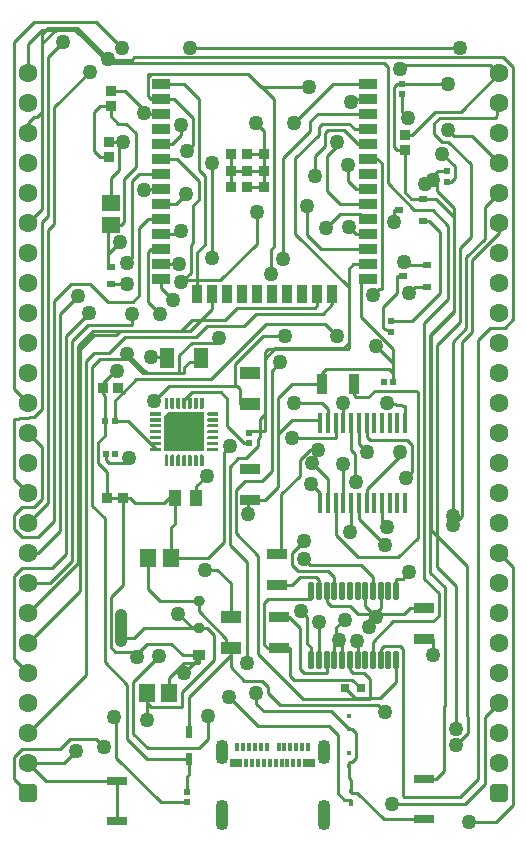
<source format=gtl>
G04*
G04 #@! TF.GenerationSoftware,Altium Limited,Altium Designer,23.1.1 (15)*
G04*
G04 Layer_Physical_Order=1*
G04 Layer_Color=255*
%FSLAX44Y44*%
%MOMM*%
G71*
G04*
G04 #@! TF.SameCoordinates,41D86B32-BED1-46DB-A61E-0691954F4559*
G04*
G04*
G04 #@! TF.FilePolarity,Positive*
G04*
G01*
G75*
G04:AMPARAMS|DCode=15|XSize=1.7528mm|YSize=0.4149mm|CornerRadius=0.2075mm|HoleSize=0mm|Usage=FLASHONLY|Rotation=270.000|XOffset=0mm|YOffset=0mm|HoleType=Round|Shape=RoundedRectangle|*
%AMROUNDEDRECTD15*
21,1,1.7528,0.0000,0,0,270.0*
21,1,1.3379,0.4149,0,0,270.0*
1,1,0.4149,0.0000,-0.6690*
1,1,0.4149,0.0000,0.6690*
1,1,0.4149,0.0000,0.6690*
1,1,0.4149,0.0000,-0.6690*
%
%ADD15ROUNDEDRECTD15*%
%ADD16R,0.4149X1.7528*%
%ADD17R,1.7000X0.8000*%
%ADD18R,1.5500X1.4500*%
%ADD19R,0.9000X0.8500*%
%ADD20R,0.5600X0.5200*%
%ADD21R,0.7000X0.7000*%
%ADD22R,0.8500X0.9000*%
%ADD23R,1.4500X1.5500*%
%ADD24R,0.5725X0.6153*%
%ADD25R,0.5000X1.0750*%
%ADD26R,0.3200X0.4300*%
%ADD27R,0.9000X0.9000*%
%ADD28R,0.9000X1.5000*%
%ADD29R,1.5000X0.9000*%
%ADD30R,1.0000X0.7000*%
%ADD31R,0.3000X0.7000*%
G04:AMPARAMS|DCode=32|XSize=1.5mm|YSize=0.45mm|CornerRadius=0.0495mm|HoleSize=0mm|Usage=FLASHONLY|Rotation=90.000|XOffset=0mm|YOffset=0mm|HoleType=Round|Shape=RoundedRectangle|*
%AMROUNDEDRECTD32*
21,1,1.5000,0.3510,0,0,90.0*
21,1,1.4010,0.4500,0,0,90.0*
1,1,0.0990,0.1755,0.7005*
1,1,0.0990,0.1755,-0.7005*
1,1,0.0990,-0.1755,-0.7005*
1,1,0.0990,-0.1755,0.7005*
%
%ADD32ROUNDEDRECTD32*%
%ADD33R,1.0043X0.8721*%
G04:AMPARAMS|DCode=34|XSize=1.0043mm|YSize=0.8721mm|CornerRadius=0.4361mm|HoleSize=0mm|Usage=FLASHONLY|Rotation=180.000|XOffset=0mm|YOffset=0mm|HoleType=Round|Shape=RoundedRectangle|*
%AMROUNDEDRECTD34*
21,1,1.0043,0.0000,0,0,180.0*
21,1,0.1322,0.8721,0,0,180.0*
1,1,0.8721,-0.0661,0.0000*
1,1,0.8721,0.0661,0.0000*
1,1,0.8721,0.0661,0.0000*
1,1,0.8721,-0.0661,0.0000*
%
%ADD34ROUNDEDRECTD34*%
G04:AMPARAMS|DCode=35|XSize=1.0043mm|YSize=3.1821mm|CornerRadius=0.4369mm|HoleSize=0mm|Usage=FLASHONLY|Rotation=180.000|XOffset=0mm|YOffset=0mm|HoleType=Round|Shape=RoundedRectangle|*
%AMROUNDEDRECTD35*
21,1,1.0043,2.3084,0,0,180.0*
21,1,0.1306,3.1821,0,0,180.0*
1,1,0.8737,-0.0653,1.1542*
1,1,0.8737,0.0653,1.1542*
1,1,0.8737,0.0653,-1.1542*
1,1,0.8737,-0.0653,-1.1542*
%
%ADD35ROUNDEDRECTD35*%
%ADD36R,0.8000X0.6000*%
%ADD37R,0.9561X1.6582*%
%ADD38R,1.6582X0.9561*%
%ADD39R,0.5725X0.5682*%
%ADD40R,1.7000X1.1000*%
%ADD41R,1.2549X1.8062*%
%ADD42R,1.1000X1.4000*%
%ADD43R,0.4682X0.4725*%
%ADD44R,0.4725X0.4682*%
%ADD45C,0.2700*%
%ADD46R,0.8000X0.6000*%
%ADD47R,0.6153X0.5725*%
%ADD55C,3.0150*%
G04:AMPARAMS|DCode=57|XSize=1.1mm|YSize=2.6mm|CornerRadius=0.55mm|HoleSize=0mm|Usage=FLASHONLY|Rotation=0.000|XOffset=0mm|YOffset=0mm|HoleType=Round|Shape=RoundedRectangle|*
%AMROUNDEDRECTD57*
21,1,1.1000,1.5000,0,0,0.0*
21,1,0.0000,2.6000,0,0,0.0*
1,1,1.1000,0.0000,-0.7500*
1,1,1.1000,0.0000,-0.7500*
1,1,1.1000,0.0000,0.7500*
1,1,1.1000,0.0000,0.7500*
%
%ADD57ROUNDEDRECTD57*%
G04:AMPARAMS|DCode=58|XSize=1.1mm|YSize=2.1mm|CornerRadius=0.55mm|HoleSize=0mm|Usage=FLASHONLY|Rotation=0.000|XOffset=0mm|YOffset=0mm|HoleType=Round|Shape=RoundedRectangle|*
%AMROUNDEDRECTD58*
21,1,1.1000,1.0000,0,0,0.0*
21,1,0.0000,2.1000,0,0,0.0*
1,1,1.1000,0.0000,-0.5000*
1,1,1.1000,0.0000,-0.5000*
1,1,1.1000,0.0000,0.5000*
1,1,1.1000,0.0000,0.5000*
%
%ADD58ROUNDEDRECTD58*%
%ADD62C,0.2540*%
%ADD63C,1.6000*%
G04:AMPARAMS|DCode=64|XSize=1.6mm|YSize=1.6mm|CornerRadius=0.4mm|HoleSize=0mm|Usage=FLASHONLY|Rotation=90.000|XOffset=0mm|YOffset=0mm|HoleType=Round|Shape=RoundedRectangle|*
%AMROUNDEDRECTD64*
21,1,1.6000,0.8000,0,0,90.0*
21,1,0.8000,1.6000,0,0,90.0*
1,1,0.8000,0.4000,0.4000*
1,1,0.8000,0.4000,-0.4000*
1,1,0.8000,-0.4000,-0.4000*
1,1,0.8000,-0.4000,0.4000*
%
%ADD64ROUNDEDRECTD64*%
%ADD65C,1.2700*%
G36*
X981620Y789230D02*
Y788932D01*
X981391Y788380D01*
X980969Y787958D01*
X980418Y787730D01*
X979821D01*
X979270Y787958D01*
X978848Y788380D01*
X978620Y788932D01*
Y789230D01*
Y797230D01*
X981620D01*
Y789230D01*
D02*
G37*
G36*
X976620D02*
Y788932D01*
X976391Y788380D01*
X975969Y787958D01*
X975418Y787730D01*
X974821D01*
X974270Y787958D01*
X973848Y788380D01*
X973620Y788932D01*
Y789230D01*
Y797230D01*
X976620D01*
Y789230D01*
D02*
G37*
G36*
X971620D02*
Y788932D01*
X971391Y788380D01*
X970969Y787958D01*
X970418Y787730D01*
X969821D01*
X969270Y787958D01*
X968848Y788380D01*
X968620Y788932D01*
Y789230D01*
Y797230D01*
X971620D01*
X971620Y789230D01*
D02*
G37*
G36*
X966620D02*
Y788932D01*
X966391Y788380D01*
X965969Y787958D01*
X965418Y787730D01*
X964821D01*
X964270Y787958D01*
X963848Y788380D01*
X963620Y788932D01*
Y789230D01*
Y797230D01*
X966620D01*
Y789230D01*
D02*
G37*
G36*
X961620D02*
Y788932D01*
X961391Y788380D01*
X960969Y787958D01*
X960418Y787730D01*
X959821D01*
X959270Y787958D01*
X958848Y788380D01*
X958620Y788932D01*
Y789230D01*
X958620D01*
Y797230D01*
X961620D01*
Y789230D01*
D02*
G37*
G36*
X956620D02*
Y788932D01*
X956391Y788380D01*
X955969Y787958D01*
X955418Y787730D01*
X954821D01*
X954270Y787958D01*
X953848Y788380D01*
X953620Y788932D01*
Y789230D01*
Y797230D01*
X956620D01*
Y789230D01*
D02*
G37*
G36*
X951620D02*
Y788932D01*
X951391Y788380D01*
X950969Y787958D01*
X950418Y787730D01*
X949821D01*
X949270Y787958D01*
X948848Y788380D01*
X948620Y788932D01*
Y789230D01*
Y797230D01*
X951620D01*
Y789230D01*
D02*
G37*
G36*
X993870Y781980D02*
X985571D01*
X985020Y782208D01*
X984598Y782630D01*
X984370Y783182D01*
Y783480D01*
Y783778D01*
X984598Y784330D01*
X985020Y784752D01*
X985571Y784980D01*
X993870D01*
Y781980D01*
D02*
G37*
G36*
X945219Y784752D02*
X945641Y784330D01*
X945870Y783778D01*
Y783480D01*
Y783182D01*
X945641Y782630D01*
X945219Y782208D01*
X944668Y781980D01*
X936370D01*
Y784980D01*
X944668D01*
X945219Y784752D01*
D02*
G37*
G36*
X993870Y776980D02*
X985571D01*
X985020Y777208D01*
X984598Y777630D01*
X984370Y778182D01*
Y778480D01*
Y778778D01*
X984598Y779330D01*
X985020Y779752D01*
X985571Y779980D01*
X993870D01*
Y776980D01*
D02*
G37*
G36*
X945219Y779752D02*
X945641Y779330D01*
X945870Y778778D01*
Y778480D01*
Y778182D01*
X945641Y777630D01*
X945219Y777208D01*
X944668Y776980D01*
X936370D01*
Y779980D01*
X944668D01*
X945219Y779752D01*
D02*
G37*
G36*
X993870Y771980D02*
X985571D01*
X985020Y772208D01*
X984598Y772630D01*
X984370Y773182D01*
Y773480D01*
Y773778D01*
X984598Y774330D01*
X985020Y774752D01*
X985571Y774980D01*
X985870D01*
Y774980D01*
X993870D01*
Y771980D01*
D02*
G37*
G36*
X944370Y774980D02*
X944668D01*
X945219Y774752D01*
X945641Y774330D01*
X945870Y773778D01*
Y773480D01*
Y773182D01*
X945641Y772630D01*
X945219Y772208D01*
X944668Y771980D01*
X936370D01*
Y774980D01*
X944370Y774980D01*
D02*
G37*
G36*
X993870Y766980D02*
X985571D01*
X985020Y767208D01*
X984598Y767630D01*
X984370Y768182D01*
Y768480D01*
Y768778D01*
X984598Y769330D01*
X985020Y769752D01*
X985571Y769980D01*
X993870D01*
Y766980D01*
D02*
G37*
G36*
X945219Y769752D02*
X945641Y769330D01*
X945870Y768778D01*
Y768480D01*
Y768182D01*
X945641Y767630D01*
X945219Y767208D01*
X944668Y766980D01*
X936370D01*
Y769980D01*
X944668D01*
X945219Y769752D01*
D02*
G37*
G36*
X993870Y761980D02*
X985870Y761980D01*
X985571D01*
X985020Y762208D01*
X984598Y762630D01*
X984370Y763182D01*
Y763480D01*
Y763778D01*
X984598Y764330D01*
X985020Y764752D01*
X985571Y764980D01*
X993870D01*
Y761980D01*
D02*
G37*
G36*
X945219Y764752D02*
X945641Y764330D01*
X945870Y763778D01*
Y763480D01*
Y763182D01*
X945641Y762630D01*
X945219Y762208D01*
X944668Y761980D01*
X944370D01*
Y761980D01*
X936370D01*
Y764980D01*
X944668D01*
X945219Y764752D01*
D02*
G37*
G36*
X993870Y756980D02*
X985571D01*
X985020Y757208D01*
X984598Y757630D01*
X984370Y758182D01*
Y758480D01*
Y758778D01*
X984598Y759330D01*
X985020Y759752D01*
X985571Y759980D01*
X993870D01*
Y756980D01*
D02*
G37*
G36*
X945219Y759752D02*
X945641Y759330D01*
X945870Y758778D01*
Y758480D01*
Y758182D01*
X945641Y757630D01*
X945219Y757208D01*
X944668Y756980D01*
X936370D01*
Y759980D01*
X944668D01*
X945219Y759752D01*
D02*
G37*
G36*
X993870Y751980D02*
X985571D01*
X985020Y752208D01*
X984598Y752630D01*
X984370Y753182D01*
Y753480D01*
Y753778D01*
X984598Y754330D01*
X985020Y754752D01*
X985571Y754980D01*
X993870D01*
Y751980D01*
D02*
G37*
G36*
X945219Y754752D02*
X945641Y754330D01*
X945870Y753778D01*
Y753480D01*
Y753182D01*
X945641Y752630D01*
X945219Y752208D01*
X944668Y751980D01*
X936370D01*
Y754980D01*
X944668D01*
X945219Y754752D01*
D02*
G37*
G36*
X981870Y751730D02*
X948370D01*
Y781730D01*
X951870Y785230D01*
X981870D01*
Y751730D01*
D02*
G37*
G36*
X980969Y749002D02*
X981391Y748580D01*
X981620Y748028D01*
Y747730D01*
Y739730D01*
X978620D01*
Y747730D01*
Y748028D01*
X978848Y748580D01*
X979270Y749002D01*
X979821Y749230D01*
X980418D01*
X980969Y749002D01*
D02*
G37*
G36*
X975969D02*
X976391Y748580D01*
X976620Y748028D01*
Y747730D01*
Y739730D01*
X973620D01*
Y747730D01*
Y748028D01*
X973848Y748580D01*
X974270Y749002D01*
X974821Y749230D01*
X975418D01*
X975969Y749002D01*
D02*
G37*
G36*
X970969D02*
X971391Y748580D01*
X971620Y748028D01*
Y747730D01*
X971620D01*
Y739730D01*
X968620D01*
Y747730D01*
Y748028D01*
X968848Y748580D01*
X969270Y749002D01*
X969821Y749230D01*
X970418D01*
X970969Y749002D01*
D02*
G37*
G36*
X965969D02*
X966391Y748580D01*
X966620Y748028D01*
Y747730D01*
Y739730D01*
X963620D01*
Y747730D01*
Y748028D01*
X963848Y748580D01*
X964270Y749002D01*
X964821Y749230D01*
X965418D01*
X965969Y749002D01*
D02*
G37*
G36*
X960969D02*
X961391Y748580D01*
X961620Y748028D01*
Y747730D01*
Y739730D01*
X958620D01*
X958620Y747730D01*
Y748028D01*
X958848Y748580D01*
X959270Y749002D01*
X959821Y749230D01*
X960418D01*
X960969Y749002D01*
D02*
G37*
G36*
X955969D02*
X956391Y748580D01*
X956620Y748028D01*
Y747730D01*
Y739730D01*
X953620D01*
Y747730D01*
Y748028D01*
X953848Y748580D01*
X954270Y749002D01*
X954821Y749230D01*
X955418D01*
X955969Y749002D01*
D02*
G37*
G36*
X950969D02*
X951391Y748580D01*
X951620Y748028D01*
Y747730D01*
Y739730D01*
X948620D01*
Y747730D01*
Y748028D01*
X948848Y748580D01*
X949270Y749002D01*
X949821Y749230D01*
X950418D01*
X950969Y749002D01*
D02*
G37*
D15*
X1152080Y707928D02*
D03*
X1145580D02*
D03*
X1139080D02*
D03*
X1132580D02*
D03*
X1126080D02*
D03*
X1119580D02*
D03*
X1113080D02*
D03*
X1106580D02*
D03*
X1100080D02*
D03*
X1093580D02*
D03*
X1087080D02*
D03*
X1080580D02*
D03*
Y775432D02*
D03*
X1087080D02*
D03*
X1093580D02*
D03*
X1100080D02*
D03*
X1106580D02*
D03*
X1113080D02*
D03*
X1119580D02*
D03*
X1126080D02*
D03*
X1132580D02*
D03*
X1139080D02*
D03*
X1145580D02*
D03*
D16*
X1152080D02*
D03*
D17*
X908050Y472930D02*
D03*
Y438930D02*
D03*
X1168400Y474200D02*
D03*
Y440200D02*
D03*
D18*
X902970Y962000D02*
D03*
Y943000D02*
D03*
D19*
X901700Y1000610D02*
D03*
Y1013610D02*
D03*
X1151890Y1019810D02*
D03*
Y1006810D02*
D03*
X902970Y1043940D02*
D03*
Y1056940D02*
D03*
D20*
X1141720Y810260D02*
D03*
X1134120D02*
D03*
D21*
X1115090Y551180D02*
D03*
X1101090D02*
D03*
D22*
X913280Y712470D02*
D03*
X900280D02*
D03*
X909470Y805180D02*
D03*
X896470D02*
D03*
D23*
X933500Y547370D02*
D03*
X952500D02*
D03*
X934770Y661670D02*
D03*
X953770D02*
D03*
D24*
X967740Y454660D02*
D03*
Y463232D02*
D03*
D25*
X969010Y491110D02*
D03*
Y514350D02*
D03*
D26*
X1104900Y527470D02*
D03*
Y516470D02*
D03*
Y496140D02*
D03*
Y485140D02*
D03*
X1106170Y452970D02*
D03*
Y463970D02*
D03*
D27*
X1032510Y975300D02*
D03*
X1018510D02*
D03*
X1004510D02*
D03*
X1032510Y989300D02*
D03*
X1018510D02*
D03*
X1004510D02*
D03*
X1032510Y1003300D02*
D03*
X1018510D02*
D03*
X1004510D02*
D03*
D28*
X1090710Y885100D02*
D03*
X1078010D02*
D03*
X1065310D02*
D03*
X1052610D02*
D03*
X1039910D02*
D03*
X1027210D02*
D03*
X1014510D02*
D03*
X1001810D02*
D03*
X989110D02*
D03*
X976410D02*
D03*
D29*
X1121010Y1062700D02*
D03*
Y1050000D02*
D03*
Y1037300D02*
D03*
Y1024600D02*
D03*
Y1011900D02*
D03*
Y999200D02*
D03*
Y986500D02*
D03*
Y973800D02*
D03*
Y961100D02*
D03*
Y948400D02*
D03*
Y935700D02*
D03*
Y923000D02*
D03*
Y910300D02*
D03*
Y897600D02*
D03*
X946010D02*
D03*
Y910300D02*
D03*
Y923000D02*
D03*
Y935700D02*
D03*
Y948400D02*
D03*
Y961100D02*
D03*
Y973800D02*
D03*
Y986500D02*
D03*
Y999200D02*
D03*
Y1011900D02*
D03*
Y1024600D02*
D03*
Y1037300D02*
D03*
Y1050000D02*
D03*
Y1062700D02*
D03*
D30*
X1071130Y488250D02*
D03*
X1009130D02*
D03*
D31*
X1017630D02*
D03*
X1022630D02*
D03*
X1027630D02*
D03*
X1032630D02*
D03*
X1037630D02*
D03*
X1042630D02*
D03*
X1047630D02*
D03*
X1052630D02*
D03*
X1057630D02*
D03*
X1062630D02*
D03*
X1070130Y501250D02*
D03*
X1065130D02*
D03*
X1060130D02*
D03*
X1055130D02*
D03*
X1050130D02*
D03*
X1045130D02*
D03*
X1035130D02*
D03*
X1030130D02*
D03*
X1025130D02*
D03*
X1020130D02*
D03*
X1015130D02*
D03*
X1010130D02*
D03*
D32*
X1072960Y633520D02*
D03*
X1079460D02*
D03*
X1085960D02*
D03*
X1092460D02*
D03*
X1098960D02*
D03*
X1105460D02*
D03*
X1111960D02*
D03*
X1118460D02*
D03*
X1124960D02*
D03*
X1131460D02*
D03*
X1137960D02*
D03*
X1144460D02*
D03*
Y575520D02*
D03*
X1137960D02*
D03*
X1131460D02*
D03*
X1124960D02*
D03*
X1118460D02*
D03*
X1111960D02*
D03*
X1105460D02*
D03*
X1098960D02*
D03*
X1092460D02*
D03*
X1085960D02*
D03*
X1079460D02*
D03*
X1072960D02*
D03*
D33*
X977830Y579080D02*
D03*
D34*
Y601980D02*
D03*
Y624880D02*
D03*
D35*
X911930Y601980D02*
D03*
D36*
X1167010Y946810D02*
D03*
Y965810D02*
D03*
X1146810Y956310D02*
D03*
X1170880Y890930D02*
D03*
Y909930D02*
D03*
X1150680Y900430D02*
D03*
D37*
X1082188Y808990D02*
D03*
X1108710D02*
D03*
D38*
X1045210Y611431D02*
D03*
Y584909D02*
D03*
X1043940Y638249D02*
D03*
Y664771D02*
D03*
X1168400Y619051D02*
D03*
Y592529D02*
D03*
X1021080Y737161D02*
D03*
Y710639D02*
D03*
D39*
X1149350Y1053947D02*
D03*
Y1062990D02*
D03*
X1140460Y861771D02*
D03*
Y852728D02*
D03*
X1187450Y988772D02*
D03*
Y979729D02*
D03*
D40*
X1004570Y585170D02*
D03*
Y611170D02*
D03*
X1021080Y792180D02*
D03*
Y818180D02*
D03*
D41*
X979456Y830580D02*
D03*
X950944D02*
D03*
D42*
X957720Y712470D02*
D03*
X975220D02*
D03*
D43*
X898948Y749300D02*
D03*
X906991D02*
D03*
D44*
X1019810Y767292D02*
D03*
Y759249D02*
D03*
D45*
X950119Y792480D02*
D03*
X955120D02*
D03*
X960120D02*
D03*
X965120Y795230D02*
D03*
X970120Y792480D02*
D03*
X975120D02*
D03*
X980120D02*
D03*
X989120Y783480D02*
D03*
Y778480D02*
D03*
Y773480D02*
D03*
X991870Y768480D02*
D03*
X989120Y763480D02*
D03*
Y758480D02*
D03*
Y753480D02*
D03*
X980120Y744480D02*
D03*
X975120D02*
D03*
X970120D02*
D03*
X965120Y741230D02*
D03*
X960120Y744480D02*
D03*
X955120D02*
D03*
X950119D02*
D03*
X941120Y753480D02*
D03*
Y758480D02*
D03*
Y763480D02*
D03*
X937870Y768480D02*
D03*
X941120Y773480D02*
D03*
Y778480D02*
D03*
Y783480D02*
D03*
D46*
X902970Y907680D02*
D03*
Y893180D02*
D03*
D47*
X906780Y777240D02*
D03*
X898209D02*
D03*
D55*
X965120Y768480D02*
D03*
D57*
X1083330Y443549D02*
D03*
X996930D02*
D03*
D58*
X1083330Y497150D02*
D03*
X996930D02*
D03*
D62*
X913276Y801374D02*
X924560Y812659D01*
X906780Y794879D02*
X913276Y801374D01*
X1001014Y585170D02*
Y593020D01*
X1030690Y1060196D02*
X1071118D01*
X1030478D02*
X1030690D01*
X1040892Y1049994D01*
X1019514Y1071372D02*
X1030690Y1060196D01*
X1012698Y792180D02*
Y804164D01*
X1009809Y807053D02*
X1012698Y804164D01*
X1008634Y808228D02*
X1009809Y807053D01*
X937006Y1071118D02*
X1019556D01*
X934466D02*
X937006D01*
X937260Y1071372D01*
X934466Y1068578D02*
X937006Y1071118D01*
X934466Y1068578D02*
Y1071118D01*
Y1052794D02*
Y1068578D01*
X910082Y990077D02*
Y1013610D01*
X913742D01*
X901700D02*
X910082D01*
X931418Y601980D02*
X972312D01*
X911930Y593344D02*
X922782D01*
X933500Y538480D02*
Y547370D01*
Y524002D02*
Y538480D01*
X1141720Y826726D02*
Y838454D01*
Y817880D02*
Y826726D01*
X1114806Y865368D02*
Y897600D01*
X1056640Y778256D02*
X1080580D01*
X1104900Y516636D02*
X1107440D01*
X1104900D02*
Y516890D01*
Y516470D02*
Y516636D01*
X1044702Y766318D02*
Y797052D01*
X1019048Y698500D02*
Y710639D01*
X974852Y574040D02*
X977830D01*
Y572770D02*
Y574040D01*
X900684Y942506D02*
X902970D01*
X900684Y918464D02*
Y942506D01*
Y907680D02*
Y918464D01*
X951230Y711200D02*
Y712470D01*
X973582Y572770D02*
X977830D01*
X965200D02*
X973582D01*
X974852Y574040D01*
X965200Y564388D02*
X973582Y572770D01*
X952500Y560070D02*
X965200Y572770D01*
X906780Y582168D02*
X927354D01*
X1056132Y762762D02*
X1093580D01*
X1036320Y626364D02*
X1072960D01*
X914826Y1056940D02*
X934466Y1037300D01*
X970280Y827786D02*
X979456D01*
X945896Y890016D02*
Y897600D01*
X1047496Y664771D02*
Y715264D01*
X1019810Y769407D02*
X1033526D01*
X1175512Y579374D02*
Y592529D01*
X1142492Y946150D02*
Y956310D01*
X1145540Y885988D02*
Y900430D01*
X937514Y831596D02*
X950944D01*
X906780Y777240D02*
Y794879D01*
X909470Y805180D02*
X913276Y801374D01*
X1149350Y1038860D02*
Y1053947D01*
Y1038860D02*
X1154430Y1033780D01*
X1084072Y859282D02*
X1094232Y849122D01*
X1034796Y859282D02*
X1084072D01*
X988173Y812659D02*
X1034796Y859282D01*
X924560Y812659D02*
X988173D01*
X1004570Y568960D02*
Y579120D01*
Y568960D02*
X1016000Y557530D01*
X1031240D01*
X1036320Y552450D01*
Y547116D02*
Y552450D01*
Y547116D02*
X1046480Y536956D01*
X1129538D01*
X1135380Y531114D01*
X1195578Y516382D02*
Y637794D01*
X1179576Y653796D02*
X1195578Y637794D01*
X1179576Y653796D02*
Y841502D01*
X1199134Y861060D01*
Y924052D01*
X1208024Y932942D01*
Y994664D01*
X1188720Y1013968D02*
X1208024Y994664D01*
X1183640Y1013968D02*
X1188720D01*
X1177117Y1020491D02*
X1183640Y1013968D01*
X1177117Y1020491D02*
Y1029543D01*
X1181862Y1034288D01*
X1229360D01*
X1231900Y1046480D01*
X1004570Y579120D02*
Y585170D01*
X969010Y543560D02*
X1004570Y579120D01*
X969010Y514350D02*
Y543560D01*
X1019556Y1071118D02*
X1030478Y1060196D01*
X934466Y1052794D02*
X937260Y1050000D01*
X902970Y982965D02*
X910082Y990077D01*
X902970Y962000D02*
Y982965D01*
X821182Y474218D02*
X833120Y462280D01*
X821182Y474218D02*
Y492760D01*
X828040Y499618D01*
X860044D01*
X868426Y508000D01*
X890778D01*
X897636Y501142D01*
X952087Y807053D02*
X1009809D01*
X939800Y794766D02*
X952087Y807053D01*
X959866Y614426D02*
X972312Y601980D01*
X977830D01*
X1151890Y1019810D02*
X1158240D01*
X1177798Y1039368D01*
X1199388D01*
X1231900Y1071880D01*
X896470Y805180D02*
Y809856D01*
X906272Y819658D01*
X908050D01*
X900684Y918464D02*
X910844Y928624D01*
X900684Y907680D02*
X902970D01*
X1127506Y840940D02*
X1141720Y826726D01*
X957720Y691020D02*
Y712470D01*
X953770Y687070D02*
X957720Y691020D01*
X953770Y661670D02*
Y687070D01*
X1224534Y1079246D02*
X1231900Y1071880D01*
X1151636Y1079246D02*
X1224534D01*
X1147572Y1075182D02*
X1151636Y1079246D01*
Y912368D02*
X1154074Y909930D01*
X1170880D01*
X963930Y579080D02*
X977830D01*
X954238Y588772D02*
X963930Y579080D01*
X925576Y577342D02*
X927354Y582168D01*
X863600Y487680D02*
X873760Y497840D01*
X833120Y487680D02*
X863600D01*
X1152080Y775432D02*
Y789940D01*
X1136904Y792988D02*
X1152080Y789940D01*
X958052Y961100D02*
X966978Y970026D01*
X946010Y961100D02*
X958052D01*
X1119580Y764084D02*
Y775432D01*
Y764084D02*
X1122680Y760984D01*
X1153668D01*
X1157732Y756920D01*
Y734060D02*
Y756920D01*
X1152906Y729234D02*
X1157732Y734060D01*
X1087080Y775432D02*
Y787400D01*
X1081492Y792988D02*
X1087080Y787400D01*
X1058418Y792988D02*
X1081492D01*
X916686Y911606D02*
X921004Y915924D01*
Y980440D01*
X927064Y986500D01*
X946010D01*
X1108710Y799131D02*
Y808990D01*
Y799131D02*
X1110281Y797560D01*
X1120949D01*
X1126635Y803246D01*
X1161535D01*
X1163066Y801715D01*
Y678494D02*
Y801715D01*
X1146496Y661924D02*
X1163066Y678494D01*
X1112376Y661924D02*
X1146496D01*
X1093580Y680720D02*
X1112376Y661924D01*
X1093580Y680720D02*
Y707928D01*
X931308Y1038606D02*
X934466Y1037300D01*
X1149350Y1062990D02*
X1188974D01*
X937260Y923000D02*
X946010D01*
X934466Y920206D02*
X937260Y923000D01*
X934466Y878078D02*
Y920206D01*
Y878078D02*
X944626Y867918D01*
X1064260Y616204D02*
X1068832Y611632D01*
Y589090D02*
Y611632D01*
Y589090D02*
X1072960Y584962D01*
Y575520D02*
Y584962D01*
X833120Y665480D02*
X841655D01*
X860298Y684123D01*
Y867918D01*
X875538Y883158D01*
X1104646Y941832D02*
X1110778Y935700D01*
X1121010D01*
X821182Y575818D02*
X833120Y563880D01*
X821182Y575818D02*
Y645922D01*
X828040Y652780D01*
X853354D01*
X865378Y664804D01*
Y849413D01*
X884899Y868934D01*
X1085342Y940816D02*
X1097280Y952754D01*
X1113754D01*
X1118108Y948400D01*
X1121010D01*
X833120Y690880D02*
X850138Y707898D01*
Y939101D01*
X855090Y944053D01*
Y1042953D01*
X885190Y1073053D01*
X1094232Y1010157D02*
Y1013714D01*
X1085851Y1001776D02*
X1094232Y1010157D01*
X1085851Y972529D02*
Y1001776D01*
Y972529D02*
X1097280Y961100D01*
X1121010D01*
X821182Y728218D02*
X833120Y716280D01*
X821182Y728218D02*
Y778764D01*
X838012Y780670D01*
X845058Y787716D01*
Y945705D01*
X850010Y950657D01*
Y1085722D01*
X862838Y1098550D01*
X1103666Y980440D02*
Y994192D01*
Y980440D02*
X1110306Y973800D01*
X1121010D01*
X1112520Y1011900D02*
X1121010D01*
X1100546Y1023874D02*
X1112520Y1011900D01*
X1086866Y1023874D02*
X1100546D01*
X1084072Y1021080D02*
X1086866Y1023874D01*
X1084072Y1010158D02*
Y1021080D01*
X1075691Y1001777D02*
X1084072Y1010158D01*
X1075691Y985230D02*
Y1001777D01*
X914400Y741934D02*
X918718Y746252D01*
X901742Y741934D02*
X914400D01*
X898948Y744728D02*
X901742Y741934D01*
X898948Y744728D02*
Y749300D01*
X1145540Y900430D02*
X1150680D01*
X1133602Y874050D02*
X1145540Y885988D01*
X1133602Y855980D02*
Y874050D01*
Y855980D02*
X1140460Y852728D01*
X1106170Y452970D02*
Y456946D01*
X1100582D02*
X1106170D01*
X1095248Y462280D02*
X1100582Y456946D01*
X1095248Y462280D02*
Y511810D01*
X1087475Y519583D02*
X1095248Y511810D01*
X1027531Y519583D02*
X1087475D01*
X1003046Y544068D02*
X1027531Y519583D01*
X905764Y526796D02*
X907796Y524764D01*
Y492506D02*
Y524764D01*
Y492506D02*
X945642Y454660D01*
X967740D01*
X1180034Y988772D02*
X1187450D01*
X1169162Y977900D02*
X1180034Y988772D01*
X1155700Y886206D02*
X1160424Y890930D01*
X1170880D01*
X1156208Y619051D02*
X1168400D01*
X1151329Y614172D02*
X1156208Y619051D01*
X1112266Y614172D02*
X1151329D01*
X1105662Y620776D02*
X1112266Y614172D01*
X1089660Y620776D02*
X1105662D01*
X1085960Y624476D02*
X1089660Y620776D01*
X1085960Y624476D02*
Y633520D01*
X1066546Y660908D02*
X1072134Y655320D01*
X1114800D01*
X1124960Y645160D01*
Y633520D02*
Y645160D01*
X1168400Y592529D02*
X1175512D01*
X1049020Y914654D02*
Y1000061D01*
X1072133Y1023174D01*
Y1031240D01*
X1078193Y1037300D01*
X1121010D01*
Y999200D02*
X1128812D01*
X1132332Y995680D01*
Y889254D02*
Y995680D01*
X1130046Y889254D02*
X1132332D01*
X1124966Y884174D02*
X1130046Y889254D01*
X1071880Y752602D02*
X1078738D01*
X1063498Y744220D02*
X1071880Y752602D01*
X1063498Y731266D02*
Y744220D01*
X1047496Y715264D02*
X1063498Y731266D01*
X1043940Y664771D02*
X1047496D01*
X1081060Y923000D02*
X1121010D01*
X1069340Y934720D02*
X1081060Y923000D01*
X1069340Y934720D02*
Y959358D01*
X1026668Y927608D02*
Y954278D01*
X995680Y896620D02*
X1026668Y927608D01*
X964438Y896620D02*
X995680D01*
X962914Y895096D02*
X964438Y896620D01*
X990487Y843421D02*
X994410Y847344D01*
X971437Y843421D02*
X990487D01*
X961136Y833120D02*
X971437Y843421D01*
X961136Y817739D02*
Y833120D01*
X933845Y817739D02*
X961136D01*
X917194Y834390D02*
X933845Y817739D01*
X921258Y858774D02*
Y868426D01*
X884174Y858774D02*
X921258D01*
X870458Y845058D02*
X884174Y858774D01*
X870458Y659203D02*
Y845058D01*
X851335Y640080D02*
X870458Y659203D01*
X833120Y640080D02*
X851335D01*
X1018032Y572262D02*
Y658114D01*
X1003808Y672338D02*
X1018032Y658114D01*
X1003808Y672338D02*
Y738886D01*
X1010920Y745998D01*
X1017524D01*
X1027651Y756125D01*
Y762293D01*
X1029163Y763805D01*
Y778927D01*
X1033907Y783671D01*
Y836295D01*
X1035940Y838328D01*
X1104012D01*
X1104646Y838962D01*
Y906490D01*
X1108456Y910300D01*
X1121010D01*
X833120Y589280D02*
X877316Y633476D01*
Y838033D01*
X889262Y849979D01*
X907655D01*
X911257Y853581D01*
X970167D01*
X989110Y872524D01*
Y885100D01*
X976410D02*
Y920530D01*
X982726Y926846D01*
Y985266D01*
X977646Y990346D02*
X982726Y985266D01*
X977646Y990346D02*
Y1050254D01*
X965200Y1062700D02*
X977646Y1050254D01*
X946010Y1062700D02*
X965200D01*
X902970Y893180D02*
X916686D01*
X982980Y651510D02*
X993140D01*
X1004570Y640080D01*
Y611170D02*
Y640080D01*
X934084Y491110D02*
X969010D01*
X917194Y508000D02*
X934084Y491110D01*
X917194Y508000D02*
Y553720D01*
X897890Y573024D02*
X917194Y553720D01*
X897890Y573024D02*
Y695198D01*
X887476Y705612D02*
X897890Y695198D01*
X887476Y705612D02*
Y823214D01*
X894080Y829818D01*
X918210D01*
X930289Y817739D01*
X965454D01*
Y822960D01*
X970280Y827786D01*
X979456D02*
Y830580D01*
X1167010Y965810D02*
X1178492D01*
X1193931Y950371D01*
Y870404D02*
Y950371D01*
X1173480Y849953D02*
X1193931Y870404D01*
X1173480Y648970D02*
Y849953D01*
Y648970D02*
X1185672Y636778D01*
Y536448D02*
Y636778D01*
X1185418Y536194D02*
X1185672Y536448D01*
X1185418Y481058D02*
Y536194D01*
X1178560Y474200D02*
X1185418Y481058D01*
X1168400Y474200D02*
X1178560D01*
X1101090Y551180D02*
X1109556Y542714D01*
X1130978D01*
X1144460Y556196D01*
Y575520D01*
X1231900Y936498D02*
Y944880D01*
X1209294Y913892D02*
X1231900Y936498D01*
X1209294Y853186D02*
Y913892D01*
X1200658Y844550D02*
X1209294Y853186D01*
X1200658Y696976D02*
Y844550D01*
X1192784Y689102D02*
X1200658Y696976D01*
X1113080Y694384D02*
X1135380Y672084D01*
X1113080Y694384D02*
Y707928D01*
X1106580Y684432D02*
Y707928D01*
X1105662Y683514D02*
X1106580Y684432D01*
X1192784Y696976D02*
Y844550D01*
X1204214Y855980D01*
Y915997D01*
X1219962Y931745D01*
Y958342D01*
X1231900Y970280D01*
X1100080Y707928D02*
Y740912D01*
X1100074Y740918D02*
X1100080Y740912D01*
X1188974Y1024128D02*
X1194054Y1019048D01*
X1208532D01*
X1231900Y995680D01*
X946010Y935700D02*
X959322D01*
X962152Y938530D01*
X1073659Y741679D02*
X1087080Y728258D01*
Y707928D02*
Y728258D01*
X1080580Y707928D02*
Y716470D01*
X1072642Y724408D02*
X1080580Y716470D01*
X931164Y973074D02*
X931890Y973800D01*
X946010D01*
Y999200D02*
X959394D01*
X977646Y980948D01*
Y965200D02*
Y980948D01*
X972312Y959866D02*
X977646Y965200D01*
X972312Y927862D02*
Y959866D01*
X970788Y926338D02*
X972312Y927862D01*
X970788Y902970D02*
Y926338D01*
X962914Y895096D02*
X970788Y902970D01*
X1056132Y762762D02*
Y763270D01*
X1093580Y762762D02*
Y775432D01*
X1099312Y792734D02*
X1100080Y791966D01*
Y775432D02*
Y791966D01*
X1231900Y665480D02*
X1243838Y653542D01*
Y452628D02*
Y653542D01*
X1229360Y438150D02*
X1243838Y452628D01*
X1205992Y438150D02*
X1229360D01*
X1195578Y503428D02*
X1205738Y513588D01*
Y527050D01*
X1204722Y528066D02*
X1205738Y527050D01*
X1204722Y528066D02*
Y654558D01*
X1174496Y684784D02*
X1204722Y654558D01*
X1174496Y684784D02*
Y849884D01*
X1194054Y869442D01*
Y957580D01*
X1179322Y972312D02*
X1194054Y957580D01*
X1179322Y972312D02*
Y977646D01*
X1175512Y981456D02*
X1179322Y977646D01*
X1113080Y758138D02*
X1120394Y750824D01*
X1113080Y758138D02*
Y775432D01*
X1105460Y566420D02*
Y575520D01*
Y566420D02*
X1108000Y563880D01*
X1117346D01*
X1122426Y558800D01*
Y542036D02*
Y558800D01*
X1065784Y542036D02*
X1122426D01*
X1027938Y579882D02*
X1065784Y542036D01*
X1027938Y579882D02*
Y663194D01*
X1008888Y682244D02*
X1027938Y663194D01*
X1008888Y682244D02*
Y718820D01*
X1016508Y726440D01*
X1031331D01*
X1039622Y734731D01*
Y819912D01*
X1046734Y827024D01*
X989076Y915368D02*
Y995680D01*
X1090710Y876300D02*
Y885100D01*
X1082582Y868172D02*
X1090710Y876300D01*
X1026414Y868172D02*
X1082582D01*
X1015926Y857684D02*
X1026414Y868172D01*
X984250Y857684D02*
X1015926D01*
X975067Y848501D02*
X984250Y857684D01*
X915162Y848501D02*
X975067D01*
X901559Y834898D02*
X915162Y848501D01*
X889000Y834898D02*
X901559D01*
X882396Y828294D02*
X889000Y834898D01*
X882396Y562356D02*
Y828294D01*
X833120Y513080D02*
X882396Y562356D01*
X1078010Y875572D02*
Y885100D01*
X1075690Y873252D02*
X1078010Y875572D01*
X1009911Y873252D02*
X1075690D01*
X999424Y862764D02*
X1009911Y873252D01*
X971596Y862764D02*
X999424D01*
X962457Y853626D02*
X971596Y862764D01*
X887845Y853626D02*
X962457D01*
X875538Y841319D02*
X887845Y853626D01*
X875538Y657098D02*
Y841319D01*
X833120Y614680D02*
X875538Y657098D01*
X1016000Y759249D02*
X1019810D01*
X1001717Y773532D02*
X1016000Y759249D01*
X1001717Y773532D02*
Y796349D01*
X996093Y801973D02*
X1001717Y796349D01*
X971862Y801973D02*
X996093D01*
X965120Y795230D02*
X971862Y801973D01*
X1012698Y792180D02*
X1021080D01*
X1008634Y808228D02*
Y825500D01*
X1032256Y849122D01*
X1050798D01*
X1038860Y901954D02*
Y922782D01*
X1040892Y924814D01*
Y1049994D01*
X937260Y1071372D02*
X1019514D01*
X937260Y1050000D02*
X946010D01*
X1019810Y767292D02*
Y769407D01*
X1033526D02*
Y830072D01*
X1042416Y838962D01*
X1100074D01*
X1104392Y843280D01*
Y890778D01*
X1059180Y935990D02*
X1104392Y890778D01*
X1059180Y935990D02*
Y999962D01*
X1078992Y1019774D01*
Y1026160D01*
X1081786Y1028954D01*
X1105118D01*
X1109472Y1024600D01*
X1121010D01*
X1079460Y575520D02*
Y607568D01*
X960592Y910300D02*
X960628Y910336D01*
X946010Y910300D02*
X960592D01*
X945896Y897600D02*
X946010D01*
X945896Y890016D02*
X956056Y879856D01*
X1056132Y665734D02*
X1066546Y676148D01*
X1056132Y655320D02*
Y665734D01*
Y655320D02*
X1061212Y650240D01*
X1087380D01*
X1092460Y645160D01*
Y633520D02*
Y645160D01*
X1131460Y618998D02*
Y633520D01*
X1121918Y609456D02*
X1131460Y618998D01*
X1121918Y603250D02*
Y609456D01*
X1118460Y620678D02*
Y633520D01*
Y620678D02*
X1128014Y611124D01*
X1141476Y453136D02*
X1203146D01*
X1219962Y469952D01*
Y526542D01*
X1231900Y538480D01*
X1132580Y691394D02*
X1136650Y687324D01*
X1132580Y691394D02*
Y707928D01*
X1106580Y753288D02*
Y775432D01*
Y753288D02*
X1110234Y749634D01*
Y725932D02*
Y749634D01*
Y725932D02*
X1110488Y725678D01*
X950944Y830580D02*
Y831596D01*
X975220Y722122D02*
X984364Y731266D01*
X975220Y712470D02*
Y722122D01*
X1043940Y638249D02*
X1056132D01*
X1063043Y645160D01*
X1076920D01*
X1079460Y642620D01*
Y633520D02*
Y642620D01*
X1111960Y575520D02*
Y591110D01*
X1111758Y591312D02*
X1111960Y591110D01*
X934684Y948400D02*
X946010D01*
X926846Y940562D02*
X934684Y948400D01*
X926846Y883920D02*
Y940562D01*
X921512Y878586D02*
X926846Y883920D01*
X900430Y878586D02*
X921512D01*
X885698Y893318D02*
X900430Y878586D01*
X869188Y893318D02*
X885698D01*
X855218Y879348D02*
X869188Y893318D01*
X855218Y692505D02*
Y879348D01*
X841655Y678942D02*
X855218Y692505D01*
X828040Y678942D02*
X841655D01*
X821182Y685800D02*
X828040Y678942D01*
X821182Y685800D02*
Y697484D01*
X828040Y704342D01*
X838200D01*
X845058Y711200D01*
Y755142D01*
X833120Y767080D02*
X845058Y755142D01*
X1147572Y747724D02*
Y750824D01*
X1119580Y719732D02*
X1147572Y747724D01*
X1119580Y707928D02*
Y719732D01*
X1142492Y956310D02*
X1146810D01*
X1183640Y1003808D02*
X1194308Y993140D01*
Y982777D02*
Y993140D01*
X1191260Y979729D02*
X1194308Y982777D01*
X1187450Y979729D02*
X1191260D01*
X1032510Y1003300D02*
Y1022858D01*
X1025652Y1029716D02*
X1032510Y1022858D01*
X1057946Y1029716D02*
X1090930Y1062700D01*
X1121010D01*
X946010Y1011900D02*
X955040D01*
X962406Y1019266D01*
Y1028446D01*
X890916Y1115430D02*
X912876Y1093470D01*
X838316Y1115430D02*
X890916D01*
X821182Y1098296D02*
X838316Y1115430D01*
X821182Y804418D02*
Y1098296D01*
Y804418D02*
X833120Y792480D01*
X1092460Y575520D02*
Y589794D01*
X1093470Y590804D01*
Y602234D01*
X1097280Y606044D01*
X1098804D01*
X1101598Y608838D01*
X1108674Y1050000D02*
X1121010D01*
X1106170Y1047496D02*
X1108674Y1050000D01*
X902970Y943000D02*
X911860D01*
X914654Y945794D01*
Y982726D01*
X924052Y992124D01*
Y1021080D01*
X916178Y1028954D02*
X924052Y1021080D01*
X909320Y1028954D02*
X916178D01*
X902970Y1035304D02*
X909320Y1028954D01*
X902970Y1035304D02*
Y1043940D01*
X1140460Y861771D02*
X1157725D01*
X1181608Y885654D01*
Y937666D01*
X1172464Y946810D02*
X1181608Y937666D01*
X1167010Y946810D02*
X1172464D01*
X933958Y588772D02*
X954238D01*
X927354Y582168D02*
X933958Y588772D01*
X902970Y585978D02*
X906780Y582168D01*
X902970Y585978D02*
Y628396D01*
X913280Y638706D01*
Y712470D01*
X898209Y764918D02*
Y777240D01*
X892556Y759265D02*
X898209Y764918D01*
X892556Y741680D02*
Y759265D01*
Y741680D02*
X900280Y733956D01*
Y712470D02*
Y733956D01*
X1044702Y797052D02*
X1056640Y808990D01*
X1082188D01*
X1131460Y575520D02*
Y584200D01*
X1134254Y586994D01*
X1148080D01*
X1150620Y584454D01*
Y459994D02*
Y584454D01*
Y459994D02*
X1151636Y458978D01*
X1198880D01*
X1213866Y473964D01*
Y845820D01*
X1224534Y856488D01*
X1236726D01*
X1243838Y863600D01*
Y1076960D01*
X1235456Y1085342D02*
X1243838Y1076960D01*
X923036Y1085342D02*
X1235456D01*
X921004Y1083310D02*
X923036Y1085342D01*
X901446Y1083310D02*
X921004D01*
X874522Y1110234D02*
X901446Y1083310D01*
X850138Y1110234D02*
X874522D01*
X844930Y1105026D02*
X850138Y1110234D01*
X844930Y1038732D02*
Y1105026D01*
X840740Y1034542D02*
X844930Y1038732D01*
X838200Y1034542D02*
X840740D01*
X833120Y1029462D02*
X838200Y1034542D01*
X833120Y1021080D02*
Y1029462D01*
X1098960Y575520D02*
Y589124D01*
X1096264Y591820D02*
X1098960Y589124D01*
X985012Y508000D02*
Y528066D01*
X977392Y500380D02*
X985012Y508000D01*
X934720Y500380D02*
X977392D01*
X922274Y512826D02*
X934720Y500380D01*
X922274Y512826D02*
Y556768D01*
X944118Y578612D01*
X1114806Y897600D02*
X1121010D01*
X1114806Y865368D02*
X1141720Y838454D01*
X1080580Y775432D02*
Y778256D01*
X1044702Y766318D02*
X1056640Y778256D01*
X1044702Y721360D02*
Y766318D01*
X1033981Y710639D02*
X1044702Y721360D01*
X1021080Y710639D02*
X1033981D01*
X953770Y661670D02*
X985520D01*
X998728Y674878D01*
Y751078D01*
X1003808Y756158D01*
X1019048Y710639D02*
X1021080D01*
X1144460Y633520D02*
Y643636D01*
X1150112D01*
X1155700Y649224D01*
X969772Y1093470D02*
X1199134D01*
X875792Y1108710D02*
X900430Y1084072D01*
X844804Y1108710D02*
X875792D01*
X833120Y1097026D02*
X844804Y1108710D01*
X833120Y1071880D02*
Y1097026D01*
Y944880D02*
X844930Y956690D01*
Y1097280D01*
X856360Y1108710D01*
X872998D01*
X901446Y1080262D01*
X1134110D01*
X1137412Y1076960D01*
Y978662D02*
Y1076960D01*
Y978662D02*
X1160018Y956056D01*
X1175512D01*
X1188851Y942717D01*
Y880872D02*
Y942717D01*
X1168400Y860421D02*
X1188851Y880872D01*
X1168400Y643890D02*
Y860421D01*
Y643890D02*
X1180592Y631698D01*
Y612140D02*
Y631698D01*
X1176221Y607769D02*
X1180592Y612140D01*
X1142439Y607769D02*
X1176221D01*
X1124960Y590290D02*
X1142439Y607769D01*
X1124960Y575520D02*
Y590290D01*
X894080Y1043940D02*
X902970D01*
X889000Y1038860D02*
X894080Y1043940D01*
X889000Y1005690D02*
Y1038860D01*
Y1005690D02*
X894080Y1000610D01*
X901700D01*
X1072960Y626364D02*
Y633520D01*
X1033018Y623062D02*
X1036320Y626364D01*
X1033018Y588211D02*
Y623062D01*
Y588211D02*
X1036320Y584909D01*
X1045210D01*
X977830Y574040D02*
Y579080D01*
X1026160Y538226D02*
Y547370D01*
Y538226D02*
X1032510Y531876D01*
X1089914D01*
X1104900Y516890D01*
X922782Y593344D02*
X931418Y601980D01*
X911930Y593344D02*
Y601980D01*
X1082188Y808990D02*
Y817880D01*
X1085400Y821092D01*
X1138508D01*
X1141720Y817880D01*
Y810260D02*
Y817880D01*
X946010Y1050000D02*
X956600D01*
X972566Y1034034D01*
Y1011174D02*
Y1034034D01*
X967486Y1006094D02*
X972566Y1011174D01*
X952500Y547370D02*
Y560070D01*
X933500Y538480D02*
X936802Y535178D01*
X963676D01*
Y547878D01*
X990600Y574802D01*
Y596138D01*
X984758Y601980D02*
X990600Y596138D01*
X977830Y601980D02*
X984758D01*
X902970Y1056940D02*
X914826D01*
X934466Y1037300D02*
X946010D01*
X944880Y624880D02*
X977830D01*
X934770Y634990D02*
X944880Y624880D01*
X934770Y634990D02*
Y661670D01*
X847870Y472930D02*
X908050D01*
X833120Y487680D02*
X847870Y472930D01*
X1157449Y965810D02*
X1167010D01*
X1151890Y971369D02*
X1157449Y965810D01*
X1151890Y971369D02*
Y1006810D01*
X1085960Y564134D02*
Y575520D01*
X1066800Y564134D02*
X1085960D01*
X1063498Y567436D02*
X1066800Y564134D01*
X1063498Y567436D02*
Y602033D01*
X1054100Y611431D02*
X1063498Y602033D01*
X1045210Y611431D02*
X1054100D01*
X1107440Y516636D02*
X1110488Y513588D01*
Y491744D02*
Y513588D01*
X1107440Y488696D02*
X1110488Y491744D01*
X1104900Y488696D02*
X1107440D01*
X1104900Y485140D02*
Y488696D01*
X1134189Y440200D02*
X1168400D01*
X1111774Y462615D02*
X1134189Y440200D01*
X1106851Y462615D02*
X1111774D01*
X1106170Y463296D02*
X1106851Y462615D01*
X1106170Y463296D02*
Y463970D01*
X906780Y777240D02*
X917360D01*
X941120Y753480D01*
X1045210Y584909D02*
X1055116D01*
Y561222D02*
Y584909D01*
Y561222D02*
X1057792Y558546D01*
X1107724D01*
X1115090Y551180D01*
X902970Y942506D02*
Y943000D01*
X1145540Y1006810D02*
X1151890D01*
X1142492Y1009858D02*
X1145540Y1006810D01*
X1142492Y1009858D02*
Y1059942D01*
X1145540Y1062990D01*
X1149350D01*
X951230Y712470D02*
X957720D01*
X948436Y708406D02*
X951230Y711200D01*
X923544Y708406D02*
X948436D01*
X919480Y712470D02*
X923544Y708406D01*
X913280Y712470D02*
X919480D01*
X1001014Y585170D02*
X1004570D01*
X977830Y616204D02*
X1001014Y593020D01*
X977830Y616204D02*
Y624880D01*
X898209Y777240D02*
Y798615D01*
X896470Y800354D02*
X898209Y798615D01*
X896470Y800354D02*
Y805180D01*
X900280Y712470D02*
X913280D01*
X908050Y438930D02*
Y472930D01*
X1104900Y474980D02*
Y485140D01*
Y474980D02*
X1106170Y473710D01*
Y463970D02*
Y473710D01*
X969010Y477774D02*
Y491110D01*
X967740Y476504D02*
X969010Y477774D01*
X967740Y463232D02*
Y476504D01*
X1018510Y975300D02*
X1032510D01*
X1018510Y1003300D02*
X1032510D01*
Y975300D02*
Y989300D01*
Y1003300D01*
X1018510Y989300D02*
X1032510D01*
X1004510D02*
X1018510D01*
X1004510D02*
Y1003300D01*
Y975300D02*
Y989300D01*
D63*
X833120Y919480D02*
D03*
Y894080D02*
D03*
Y868680D02*
D03*
Y843280D02*
D03*
Y792480D02*
D03*
Y767080D02*
D03*
Y665480D02*
D03*
Y589280D02*
D03*
Y538480D02*
D03*
Y487680D02*
D03*
Y513080D02*
D03*
Y563880D02*
D03*
Y614680D02*
D03*
Y640080D02*
D03*
Y690880D02*
D03*
Y716280D02*
D03*
Y741680D02*
D03*
Y817880D02*
D03*
Y944880D02*
D03*
Y970280D02*
D03*
Y995680D02*
D03*
Y1021080D02*
D03*
Y1046480D02*
D03*
Y1071880D02*
D03*
X1231900Y919480D02*
D03*
Y894080D02*
D03*
Y868680D02*
D03*
Y843280D02*
D03*
Y792480D02*
D03*
Y767080D02*
D03*
Y665480D02*
D03*
Y589280D02*
D03*
Y538480D02*
D03*
Y487680D02*
D03*
Y513080D02*
D03*
Y563880D02*
D03*
Y614680D02*
D03*
Y640080D02*
D03*
Y690880D02*
D03*
Y716280D02*
D03*
Y741680D02*
D03*
Y817880D02*
D03*
Y944880D02*
D03*
Y970280D02*
D03*
Y995680D02*
D03*
Y1021080D02*
D03*
Y1046480D02*
D03*
Y1071880D02*
D03*
D64*
X833120Y462280D02*
D03*
X1231900D02*
D03*
D65*
X1154430Y1033780D02*
D03*
X1094232Y849122D02*
D03*
X1135380Y531114D02*
D03*
X1195578Y516382D02*
D03*
X1071118Y1060196D02*
D03*
X897636Y501142D02*
D03*
X933500Y524002D02*
D03*
X939800Y794766D02*
D03*
X959866Y614426D02*
D03*
X908050Y819658D02*
D03*
X910844Y928624D02*
D03*
X1127506Y840940D02*
D03*
X1147572Y1075182D02*
D03*
X1151636Y912368D02*
D03*
X925576Y577342D02*
D03*
X873760Y497840D02*
D03*
X1136904Y792988D02*
D03*
X966978Y970026D02*
D03*
X1152906Y729234D02*
D03*
X1058418Y792988D02*
D03*
X916686Y911606D02*
D03*
X931308Y1038606D02*
D03*
X1188974Y1062990D02*
D03*
X944626Y867918D02*
D03*
X1064260Y616204D02*
D03*
X875538Y883158D02*
D03*
X1104646Y941832D02*
D03*
X884899Y868934D02*
D03*
X1085342Y940816D02*
D03*
X885190Y1073053D02*
D03*
X1094232Y1013714D02*
D03*
X862838Y1098550D02*
D03*
X1103666Y994192D02*
D03*
X1075691Y985230D02*
D03*
X918718Y746252D02*
D03*
X1003046Y544068D02*
D03*
X905764Y526796D02*
D03*
X1169162Y977900D02*
D03*
X1155700Y886206D02*
D03*
X1066546Y660908D02*
D03*
X1175512Y579374D02*
D03*
X1049020Y914654D02*
D03*
X1124966Y884174D02*
D03*
X1078738Y752602D02*
D03*
X1069340Y959358D02*
D03*
X1026668Y954278D02*
D03*
X962914Y895096D02*
D03*
X994410Y847344D02*
D03*
X917194Y834390D02*
D03*
X921258Y868426D02*
D03*
X1018032Y572262D02*
D03*
X916686Y893180D02*
D03*
X982980Y651510D02*
D03*
X1192784Y689102D02*
D03*
X1135380Y672084D02*
D03*
X1105662Y683514D02*
D03*
X1192784Y696976D02*
D03*
X1100074Y740918D02*
D03*
X1188974Y1024128D02*
D03*
X962152Y938530D02*
D03*
X1073659Y741679D02*
D03*
X1072642Y724408D02*
D03*
X931164Y973074D02*
D03*
X962914Y895096D02*
D03*
X1056132Y763270D02*
D03*
X1099312Y792734D02*
D03*
X1205992Y438150D02*
D03*
X1195578Y503428D02*
D03*
X1175512Y981456D02*
D03*
X1120394Y750824D02*
D03*
X1046734Y827024D02*
D03*
X989076Y915368D02*
D03*
Y995680D02*
D03*
X1050798Y849122D02*
D03*
X1038860Y901954D02*
D03*
X1079460Y607568D02*
D03*
X960628Y910336D02*
D03*
X956056Y879856D02*
D03*
X1066546Y676148D02*
D03*
X1121918Y603250D02*
D03*
X1128014Y611124D02*
D03*
X1141476Y453136D02*
D03*
X1136650Y687324D02*
D03*
X1110488Y725678D02*
D03*
X937514Y831596D02*
D03*
X984364Y731266D02*
D03*
X1111758Y591312D02*
D03*
X1147572Y750824D02*
D03*
X1142492Y946150D02*
D03*
X1183640Y1003808D02*
D03*
X1025652Y1029716D02*
D03*
X1057946D02*
D03*
X962406Y1028446D02*
D03*
X912876Y1093470D02*
D03*
X1101598Y608838D02*
D03*
X1106170Y1047496D02*
D03*
X1096264Y591820D02*
D03*
X985012Y528066D02*
D03*
X944118Y578612D02*
D03*
X1003808Y756158D02*
D03*
X1019048Y698500D02*
D03*
X1155700Y649224D02*
D03*
X1199134Y1093470D02*
D03*
X969772D02*
D03*
X900430Y1084072D02*
D03*
X965200Y564388D02*
D03*
X1026160Y547370D02*
D03*
X967486Y1006094D02*
D03*
X913742Y1013610D02*
D03*
M02*

</source>
